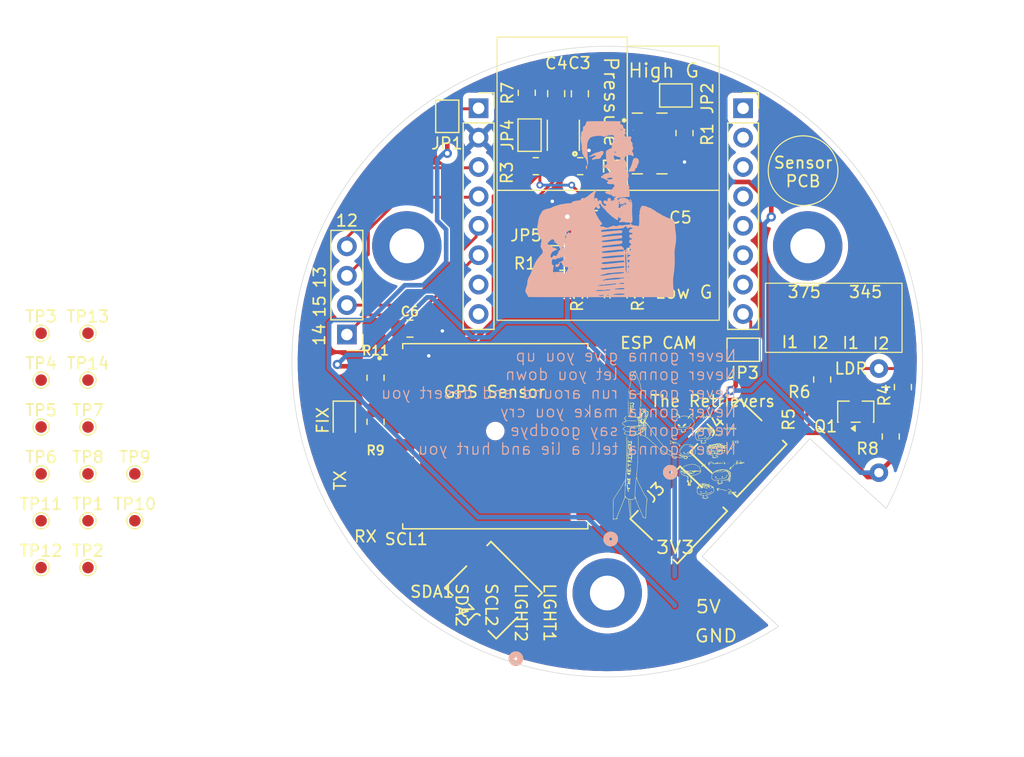
<source format=kicad_pcb>
(kicad_pcb (version 20241229) (generator "pcbnew") (generator_version "9.0")
  (title_block (title "Sensor Board PCB") (date "15/12/2025 (Last Edit)") (rev "B") (company "The Retrievers"))
  (layers (0 "F.Cu" signal) (2 "B.Cu" signal) (13 "F.Paste" user) (15 "B.Paste" user) (5 "F.SilkS" user "F.Silkscreen") (7 "B.SilkS" user "B.Silkscreen") (1 "F.Mask" user) (3 "B.Mask" user) (25 "Edge.Cuts" user))
  (net 0 "")
  (net 1 "GND")
  (net 2 "Net-(D1-A)")
  (net 3 "GPS_UART_TX")
  (net 4 "GPS_UART_RX")
  (net 5 "Net-(Q1-B)")
  (net 6 "SDA2")
  (net 7 "5V")
  (net 8 "Net-(JP3-B)")
  (net 9 "SCL2")
  (net 10 "SDA1")
  (net 11 "SCL1")
  (net 13 "PRESSURE_ADDR")
  (net 14 "INT2_375")
  (net 15 "INT1_375")
  (net 16 "INT1_345")
  (net 17 "INT2_345")
  (net 18 "LIGHT1")
  (net 19 "LIGHT2")
  (net 20 "Net-(J1-Pin_2)")
  (net 21 "Net-(J1-Pin_3)")
  (net 22 "Net-(J1-Pin_4)")
  (net 23 "Net-(J1-Pin_1)")
  (net 24 "Net-(JP1-B)")
  (net 25 "HIGH_G_ADDR")
  (net 26 "LOW_G_ADDR")
  (net 27 "Net-(U5-~{RESET})")
  (net 40 "unconnected-(U5-3D-FIX-Pad5)")
  (net 50 "3V3_f")
  (net 51 "3V3_uf")
  (footprint "TestPoint:TestPoint_Pad_D1.0mm" (layer "F.Cu") (at 93.4 115.05)
    (property "Reference" "TP12")
    (property "Value" "TestPoint")
  )
  (footprint "LOGO" (layer "F.Cu") (at 148.458912 105.812427)
    (property "Reference" "G***" (hide yes))
    (property "Value" "LOGO" (hide yes))
  )
  (footprint "Jumper:SolderJumper-2_P1.3mm_Open_Pad1.0x1.5mm" (layer "F.Cu") (at 154.075 96.225)
    (property "Reference" "JP3")
    (property "Value" "EN_5" (hide yes))
  )
  (footprint "Connector_PinSocket_2.54mm:ESPCam" (layer "F.Cu") (at 142.805 83.925)
    (property "Reference" "U1" (hide yes))
    (property "Value" "ESP32-CAM")
  )
  (footprint "TestPoint:TestPoint_Pad_D1.0mm" (layer "F.Cu") (at 97.45 102.9)
    (property "Reference" "TP7")
    (property "Value" "TestPoint")
  )
  (footprint "Resistor_SMD:R_0805_2012Metric_Pad1.20x1.40mm_HandSolder" (layer "F.Cu") (at 141.35 91.5 90)
    (property "Reference" "R13")
    (property "Value" "4.7k")
  )
  (footprint "Connector_PinHeader_2.54mm:PinHeader_1x04_P2.54mm_Vertical" (layer "F.Cu") (at 119.825 94.91 180)
    (property "Reference" "J1" (hide yes))
    (property "Value" "MCU - Conn_01x04" (hide yes))
  )
  (footprint "Resistor_SMD:R_0805_2012Metric_Pad1.20x1.40mm_HandSolder" (layer "F.Cu") (at 135.37 74.02 90)
    (property "Reference" "R7")
    (property "Value" "1Meg" (hide yes))
  )
  (footprint "TestPoint:TestPoint_Pad_D1.0mm" (layer "F.Cu") (at 93.4 102.9)
    (property "Reference" "TP5")
    (property "Value" "TestPoint")
  )
  (footprint "MountingHole:MountingHole_3mm_Pad" (layer "F.Cu") (at 125.004491 87.250001)
    (property "Reference" "H1" (hide yes))
    (property "Value" "MountingHole" (hide yes))
  )
  (footprint "Resistor_SMD:R_0805_2012Metric_Pad1.20x1.40mm_HandSolder" (layer "F.Cu") (at 122.3 98.65 -90)
    (property "Reference" "R11")
    (property "Value" "10k")
  )
  (footprint "Resistor_SMD:R_0805_2012Metric_Pad1.20x1.40mm_HandSolder" (layer "F.Cu") (at 122.3 102.45 -90)
    (property "Reference" "R9")
    (property "Value" "1k" (hide yes))
  )
  (footprint "bme280:PSON65P250X250X100-8N" (layer "F.Cu") (at 138.53 77.6925 -90)
    (property "Reference" "U2" (hide yes))
    (property "Value" "BME280")
  )
  (footprint "TestPoint:TestPoint_Pad_D1.0mm" (layer "F.Cu") (at 93.4 106.95)
    (property "Reference" "TP6")
    (property "Value" "TestPoint")
  )
  (footprint "Capacitor_SMD:C_0805_2012Metric_Pad1.18x1.45mm_HandSolder" (layer "F.Cu") (at 144.925 87.725 90)
    (property "Reference" "C7")
    (property "Value" "0.1uF")
  )
  (footprint "MountingHole:MountingHole_3mm_Pad" (layer "F.Cu") (at 159.645507 87.250001)
    (property "Reference" "H2" (hide yes))
    (property "Value" "MountingHole" (hide yes))
  )
  (footprint "LED_SMD:LED_0805_2012Metric" (layer "F.Cu") (at 119.6 102.35 -90)
    (property "Reference" "D1" (hide yes))
    (property "Value" "LED" (hide yes))
  )
  (footprint "footprints:CONN_5015680000-SD_04_MOL" (layer "F.Cu") (at 153.651026 104.732204 46.5)
    (property "Reference" "J4")
    (property "Value" "5015680407")
  )
  (footprint "Resistor_SMD:R_0805_2012Metric_Pad1.20x1.40mm_HandSolder" (layer "F.Cu") (at 149 77.5 90)
    (property "Reference" "R1")
    (property "Value" "1Meg")
  )
  (footprint "Jumper:SolderJumper-2_P1.3mm_Open_Pad1.0x1.5mm" (layer "F.Cu") (at 128.5 76.05 90)
    (property "Reference" "JP1")
    (property "Value" "EN_5")
  )
  (footprint "TestPoint:TestPoint_Pad_D1.0mm" (layer "F.Cu") (at 93.4 98.85)
    (property "Reference" "TP4")
    (property "Value" "TestPoint")
  )
  (footprint "TestPoint:TestPoint_Pad_D1.0mm" (layer "F.Cu") (at 101.5 106.95)
    (property "Reference" "TP9")
    (property "Value" "TestPoint")
  )
  (footprint "footprints:CONN_5015680000-SD_04_MOL" (layer "F.Cu") (at 132.5 117 135)
    (property "Reference" "J2")
    (property "Value" "5015680407")
  )
  (footprint "Resistor_SMD:R_0805_2012Metric_Pad1.20x1.40mm_HandSolder" (layer "F.Cu") (at 167.875 99.45 90)
    (property "Reference" "R4")
    (property "Value" "10k" (hide yes))
  )
  (footprint "gps:XCVR_CD-PA1616D" (layer "F.Cu") (at 132.65 103.7)
    (property "Reference" "U5" (hide yes))
    (property "Value" "CD-PA1616D")
  )
  (footprint "Jumper:SolderJumper-2_P1.3mm_Open_Pad1.0x1.5mm" (layer "F.Cu") (at 138.375 86.225)
    (property "Reference" "JP5")
    (property "Value" "EN_5")
  )
  (footprint "TestPoint:TestPoint_Pad_D1.0mm" (layer "F.Cu") (at 97.45 111)
    (property "Reference" "TP1")
    (property "Value" "TestPoint")
  )
  (footprint "Capacitor_SMD:C_0805_2012Metric_Pad1.18x1.45mm_HandSolder" (layer "F.Cu") (at 125.275 94.4)
    (property "Reference" "C6")
    (property "Value" "22uF")
  )
  (footprint "MountingHole:MountingHole_3mm_Pad" (layer "F.Cu") (at 142.324999 117.250001)
    (property "Reference" "H3" (hide yes))
    (property "Value" "MountingHole" (hide yes))
  )
  (footprint "Jumper:SolderJumper-2_P1.3mm_Open_Pad1.0x1.5mm" (layer "F.Cu") (at 135.61 77.68 90)
    (property "Reference" "JP4")
    (property "Value" "EN_5")
  )
  (footprint "Capacitor_SMD:C_0805_2012Metric_Pad1.18x1.45mm_HandSolder" (layer "F.Cu") (at 145.825 84.775)
    (property "Reference" "C5")
    (property "Value" "1uF")
  )
  (footprint "TestPoint:TestPoint_Pad_D1.0mm" (layer "F.Cu") (at 97.45 98.85)
    (property "Reference" "TP14")
    (property "Value" "TestPoint")
  )
  (footprint "PSAT_Library:ldr" (layer "F.Cu") (at 165.8 106.85 90)
    (property "Reference" "R5")
    (property "Value" "LDR07")
  )
  (footprint "Resistor_SMD:R_0805_2012Metric_Pad1.20x1.40mm_HandSolder" (layer "F.Cu") (at 143.3 91.525 90)
    (property "Reference" "R12")
    (property "Value" "4.7k")
  )
  (footprint "TestPoint:TestPoint_Pad_D1.0mm" (layer "F.Cu") (at 93.4 111)
    (property "Reference" "TP11")
    (property "Value" "TestPoint")
  )
  (footprint "footprints:CONN_5015680000-SD_04_MOL" (layer "F.Cu") (at 148.5 110.5 46.5)
    (property "Reference" "J3")
    (property "Value" "5015680407 (X3)")
  )
  (footprint "TestPoint:TestPoint_Pad_D1.0mm" (layer "F.Cu") (at 97.45 115.05)
    (property "Reference" "TP2")
    (property "Value" "TestPoint")
  )
  (footprint "Capacitor_SMD:C_0805_2012Metric_Pad1.18x1.45mm_HandSolder" (layer "F.Cu") (at 139.96 74.1025 -90)
    (property "Reference" "C3")
    (property "Value" "100nF" (hide yes))
  )
  (footprint "Resistor_SMD:R_0805_2012Metric_Pad1.20x1.40mm_HandSolder" (layer "F.Cu") (at 160.9 98.8 -90)
    (property "Reference" "R6")
    (property "Value" "100k" (hide yes))
  )
  (footprint "Resistor_SMD:R_0805_2012Metric_Pad1.20x1.40mm_HandSolder" (layer "F.Cu") (at 138.45 88.625 180)
    (property "Reference" "R10")
    (property "Value" "1Meg")
  )
  (footprint "TestPoint:TestPoint_Pad_D1.0mm" (layer "F.Cu") (at 97.45 106.95)
    (property "Reference" "TP8")
    (property "Value" "TestPoint")
  )
  (footprint "Resistor_SMD:R_0805_2012Metric_Pad1.20x1.40mm_HandSolder" (layer "F.Cu") (at 136.15 80.36 180)
    (property "Reference" "R3")
    (property "Value" "4.7k" (hide yes))
  )
  (footprint "TestPoint:TestPoint_Pad_D1.0mm" (layer "F.Cu") (at 101.5 111)
    (property "Reference" "TP10")
    (property "Value" "TestPoint")
  )
  (footprint "ADXL375:adxl375" (layer "F.Cu") (at 145.99 78.4)
    (property "Reference" "U3" (hide yes))
    (property "Value" "ADXL375")
  )
  (footprint "Jumper:SolderJumper-2_P1.3mm_Open_Pad1.0x1.5mm" (layer "F.Cu") (at 148.25 74.25)
    (property "Reference" "JP2")
    (property "Value" "EN_5")
  )
  (footprint "Resistor_SMD:R_0805_2012Metric_Pad1.20x1.40mm_HandSolder" (layer "F.Cu") (at 166.825 103.725 -90)
    (property "Reference" "R8")
    (property "Value" "10k" (hide yes))
  )
  (footprint "Capacitor_SMD:C_0805_2012Metric_Pad1.18x1.45mm_HandSolder" (layer "F.Cu") (at 137.91 74.09 90)
    (property "Reference" "C4")
    (property "Value" "100nF" (hide yes))
  )
  (footprint "TestPoint:TestPoint_Pad_D1.0mm" (layer "F.Cu") (at 97.45 94.8)
    (property "Reference" "TP13")
    (property "Value" "TestPoint")
  )
  (footprint "ADXL345:adxl345" (layer "F.Cu") (at 142.1 86.825 180)
    (property "Reference" "U4" (hide yes))
    (property "Value" "ADXL345")
  )
  (footprint "Resistor_SMD:R_0805_2012Metric_Pad1.20x1.40mm_HandSolder" (layer "F.Cu") (at 139.99 80.36)
    (property "Reference" "R2")
    (property "Value" "4.7k" (hide yes))
  )
  (footprint "TestPoint:TestPoint_Pad_D1.0mm" (layer "F.Cu") (at 93.4 94.8)
    (property "Reference" "TP3")
    (property "Value" "TestPoint")
  )
  (footprint "Package_TO_SOT_SMD:SOT-23-3" (layer "F.Cu") (at 163.8 101.575 90)
    (property "Reference" "Q1")
    (property "Value" "2N2222A" (hide yes))
  )
  (footprint "LOGO" (layer "B.Cu") (at 142.1 84.075 180)
    (property "Reference" "G***")
    (property "Value" "LOGO" (hide yes))
  )
  (gr_rect (start 132.8 69.2) (end 144.05 82.45) (stroke (width 0.1)) (fill no) (layer "F.SilkS"))
  (gr_rect (start 156 90.475) (end 167.8 96.45) (stroke (width 0.1)) (fill no) (layer "F.SilkS"))
  (gr_rect (start 144.05 69.975) (end 152 82.45) (stroke (width 0.1)) (fill no) (layer "F.SilkS"))
  (gr_circle (center 159.25 80.75) (end 157 78.75) (stroke (width 0.1)) (fill no) (layer "F.SilkS"))
  (gr_rect (start 132.8 82.45) (end 152 93.675) (stroke (width 0.1)) (fill no) (layer "F.SilkS"))
  (gr_line (start 159.834999 103.910001) (end 166.439481 109.940722) (stroke (width 0.05)) (layer "Edge.Cuts"))
  (gr_line (start 150.524999 114.090001) (end 159.834999 103.910001) (stroke (width 0.05)) (layer "Edge.Cuts"))
  (gr_line (start 150.524999 114.090001) (end 157.133963 120.124814) (stroke (width 0.05)) (layer "Edge.Cuts"))
  (gr_arc (start 157.133963 120.124814) (mid 122.208153 78.868624) (end 166.439479 109.940721) (stroke (width 0.05)) (layer "Edge.Cuts"))
  (gr_text "LDR" (at 163.375 97.85 0) (layer "F.SilkS") (effects (font (size 1 1))))
  (gr_text "375" (at 157.825 91.825 0) (layer "F.SilkS") (effects (font (size 1 1)) (justify left bottom)))
  (gr_text "LIGHT2" (at 134.275 116.325 270) (layer "F.SilkS") (effects (font (size 1 1)) (justify left bottom)))
  (gr_text "Low G" (at 148.925 91.25 0) (layer "F.SilkS") (effects (font (size 1.1 1.1))))
  (gr_text "5V" (at 149.875 119.075 0) (layer "F.SilkS") (effects (font (size 1.1 1.2)) (justify left bottom)))
  (gr_text "GND" (at 149.8 121.6 0) (layer "F.SilkS") (effects (font (size 1.1 1.2)) (justify left bottom)))
  (gr_text "GPS Sensor" (at 128.1 100.45 0) (layer "F.SilkS") (effects (font (size 1 1)) (justify left bottom)))
  (gr_text "SCL1" (at 123 113.175 0) (layer "F.SilkS") (effects (font (size 1 1)) (justify left bottom)))
  (gr_text "RX" (at 120.35 112.95 0) (layer "F.SilkS") (effects (font (size 1 1)) (justify left bottom)))
  (gr_text "I1" (at 157.3 96.15 0) (layer "F.SilkS") (effects (font (size 1 1)) (justify left bottom)))
  (gr_text "High G" (at 147.2 72.1 0) (layer "F.SilkS") (effects (font (size 1.2 1.2))))
  (gr_text "The Retrievers" (at 146 101.25 0) (layer "F.SilkS") (effects (font (size 1 1)) (justify left bottom)))
  (gr_text "LIGHT1" (at 136.75 116.325 270) (layer "F.SilkS") (effects (font (size 1 1)) (justify left bottom)))
  (gr_text "Sensor\nPCB" (at 159.25 82.25 0) (layer "F.SilkS") (effects (font (size 1 1)) (justify bottom)))
  (gr_text "FIX" (at 118.325 103.575 90) (layer "F.SilkS") (effects (font (size 1 1)) (justify left bottom)))
  (gr_text "I2" (at 165.175 96.275 0) (layer "F.SilkS") (effects (font (size 1 1)) (justify left bottom)))
  (gr_text "I2" (at 159.925 96.2 0) (layer "F.SilkS") (effects (font (size 1 1)) (justify left bottom)))
  (gr_text "Pressure" (at 142.65 74.8 270) (layer "F.SilkS") (effects (font (size 1.2 1.2))))
  (gr_text "SDA1" (at 125.2 117.725 0) (layer "F.SilkS") (effects (font (size 1 1)) (justify left bottom)))
  (gr_text "I1" (at 162.55 96.225 0) (layer "F.SilkS") (effects (font (size 1 1)) (justify left bottom)))
  (gr_text "ESP CAM" (at 143.35 96.225 0) (layer "F.SilkS") (effects (font (size 1 1)) (justify left bottom)))
  (gr_text "13" (at 118.05 91 90) (layer "F.SilkS") (effects (font (size 1 1)) (justify left bottom)))
  (gr_text "SCL2" (at 131.725 116.325 270) (layer "F.SilkS") (effects (font (size 1 1)) (justify left bottom)))
  (gr_text "TX" (at 119.825 108.475 90) (layer "F.SilkS") (effects (font (size 1 1)) (justify left bottom)))
  (gr_text "SDA2" (at 129.15 116.325 270) (layer "F.SilkS") (effects (font (size 1 1)) (justify left bottom)))
  (gr_text "3V3" (at 146.45 113.95 0) (layer "F.SilkS") (effects (font (size 1.1 1.2)) (justify left bottom)))
  (gr_text "14" (at 118.025 95.975 90) (layer "F.SilkS") (effects (font (size 1 1)) (justify left bottom)))
  (gr_text "15" (at 118.05 93.525 90) (layer "F.SilkS") (effects (font (size 1 1)) (justify left bottom)))
  (gr_text "12" (at 118.775 85.65 0) (layer "F.SilkS") (effects (font (size 1 1)) (justify left bottom)))
  (gr_text "345" (at 163.125 91.825 0) (layer "F.SilkS") (effects (font (size 1 1)) (justify left bottom)))
  (gr_text "Never gonna give you up\nNever gonna let you down\nNever gonna run around and desert you\nNever gonna make you cry\nNever gonna say goodbye\nNever gonna tell a lie and hurt you" (at 153.55 105.375 0) (layer "B.SilkS") (effects (font (size 1 1) (thickness 0.1)) (justify left bottom mirror)))
  (segment (start 137.74 77.49) (end 138.205 77.025) (width 0.4) (layer "F.Cu") (net 0))
  (segment (start 140.065 77.2825) (end 139.505 76.7225) (width 0.4) (layer "F.Cu") (net 0))
  (segment (start 144.192 76.608) (end 144.4 76.4) (width 0.4) (layer "F.Cu") (net 0))
  (segment (start 150.028 79.096342) (end 150.028 73.472) (width 0.4) (layer "F.Cu") (net 0))
  (segment (start 166.825 105.825) (end 165.8 106.85) (width 0.4) (layer "F.Cu") (net 0))
  (segment (start 137.91 75.1275) (end 138.205 75.4225) (width 0.4) (layer "F.Cu") (net 0))
  (segment (start 119.15 97.65) (end 119 97.5) (width 0.4) (layer "F.Cu") (net 0))
  (segment (start 135.61 78.33) (end 136.9 78.33) (width 0.4) (layer "F.Cu") (net 0))
  (segment (start 124.65 96.95) (end 124.65 95.05) (width 0.4) (layer "F.Cu") (net 0))
  (segment (start 138.855 78.6625) (end 138.855 78.355) (width 0.4) (layer "F.Cu") (net 0))
  (segment (start 166.825 104.725) (end 166.825 105.825) (width 0.4) (layer "F.Cu") (net 0))
  (segment (start 124.65 95.05) (end 124.2375 94.6375) (width 0.4) (layer "F.Cu") (net 0))
  (segment (start 128.175 95.825) (end 125.775 95.825) (width 0.4) (layer "F.Cu") (net 0))
  (segment (start 130.915658 95.321342) (end 128.678658 95.321342) (width 0.4) (layer "F.Cu") (net 0))
  (segment (start 151.15 95.1) (end 151.15 85.485) (width 0.4) (layer "F.Cu") (net 0))
  (segment (start 153.425 99.325) (end 153 99.75) (width 0.4) (layer "F.Cu") (net 0))
  (segment (start 153.425 96.225) (end 152.275 96.225) (width 0.4) (layer "F.Cu") (net 0))
  (segment (start 123 96.95) (end 124.65 96.95) (width 0.4) (layer "F.Cu") (net 0))
  (segment (start 144.4 76.4) (end 144.98 76.4) (width 0.4) (layer "F.Cu") (net 0))
  (segment (start 138.205 77.025) (end 138.205 76.7225) (width 0.4) (layer "F.Cu") (net 0))
  (segment (start 136.9 78.33) (end 137.74 77.49) (width 0.4) (layer "F.Cu") (net 0))
  (segment (start 144.192 78) (end 144.192 76.608) (width 0.4) (layer "F.Cu") (net 0))
  (segment (start 152.655658 81.724) (end 154.583182 81.724) (width 0.4) (layer "F.Cu") (net 0))
  (segment (start 145.625 81.75) (end 144.98 81.105) (width 0.4) (layer "F.Cu") (net 0))
  (segment (start 139.27203 79.332) (end 139.962 79.332) (width 0.4) (layer "F.Cu") (net 0))
  (segment (start 135.15 80.36) (end 132.537 82.973) (width 0.4) (layer "F.Cu") (net 0))
  (segment (start 149.728 73.172) (end 148.072 73.172) (width 0.4) (layer "F.Cu") (net 0))
  (segment (start 144.98 81.105) (end 144.98 80.4) (width 0.4) (layer "F.Cu") (net 0))
  (segment (start 156.5 83.640818) (end 156.5 84.75) (width 0.4) (layer "F.Cu") (net 0))
  (segment (start 137.99 77.49) (end 137.74 77.49) (width 0.4) (layer "F.Cu") (net 0))
  (segment (start 139.96 76.2675) (end 139.505 76.7225) (width 0.4) (layer "F.Cu") (net 0))
  (segment (start 138.855 78.6625) (end 138.855 78.91497) (width 0.4) (layer "F.Cu") (net 0))
  (segment (start 153.175 96.225) (end 153.425 96.225) (width 0.4) (layer "F.Cu") (net 0))
  (segment (start 140.065 79.435) (end 140.99 80.36) (width 0.4) (layer "F.Cu") (net 0))
  (segment (start 132.537 93.7) (end 130.915658 95.321342) (width 0.4) (layer "F.Cu") (net 0))
  (segment (start 147.5 81.835) (end 147.5 81.75) (width 0.4) (layer "F.Cu") (net 0))
  (segment (start 147.5 81.75) (end 145.625 81.75) (width 0.4) (layer "F.Cu") (net 0))
  (segment (start 144.359 80.4) (end 144.192 80.233) (width 0.4) (layer "F.Cu") (net 0))
  (segment (start 135.15 80.36) (end 135.15 78.79) (width 0.4) (layer "F.Cu") (net 0))
  (segment (start 150.028 79.096342) (end 152.655658 81.724) (width 0.4) (layer "F.Cu") (net 0))
  (segment (start 140.065 79.435) (end 140.065 77.2825) (width 0.4) (layer "F.Cu") (net 0))
  (segment (start 148.072 73.172) (end 147.6 73.644) (width 0.4) (layer "F.Cu") (net 0))
  (segment (start 132.537 82.973) (end 132.537 93.7) (width 0.4) (layer "F.Cu") (net 0))
  (segment (start 124.2375 94.6375) (end 124.2375 94.4) (width 0.4) (layer "F.Cu") (net 0))
  (segment (start 147.6 73.644) (end 147.6 74.25) (width 0.4) (layer "F.Cu") (net 0))
  (segment (start 138.205 75.4225) (end 138.205 76.7225) (width 0.4) (layer "F.Cu") (net 0))
  (segment (start 144.192 80.233) (end 144.192 78) (width 0.4) (layer "F.Cu") (net 0))
  (segment (start 139.962 79.332) (end 140.065 79.435) (width 0.4) (layer "F.Cu") (net 0))
  (segment (start 139.96 75.14) (end 139.96 76.2675) (width 0.4) (layer "F.Cu") (net 0))
  (segment (start 122.3 97.65) (end 119.15 97.65) (width 0.4) (layer "F.Cu") (net 0))
  (segment (start 137.725 86.225) (end 137.725 85.619) (width 0.4) (layer "F.Cu") (net 0))
  (segment (start 137.725 85.619) (end 138.619 84.725) (width 0.4) (layer "F.Cu") (net 0))
  (segment (start 138.619 84.725) (end 138.875 84.725) (width 0.4) (layer "F.Cu") (net 0))
  (segment (start 144.98 80.4) (end 144.359 80.4) (width 0.4) (layer "F.Cu") (net 0))
  (segment (start 122.3 97.65) (end 123 96.95) (width 0.4) (layer "F.Cu") (net 0))
  (segment (start 144.98 78) (end 144.192 78) (width 0.4) (layer "F.Cu") (net 0))
  (segment (start 128.678658 95.321342) (end 128.175 95.825) (width 0.4) (layer "F.Cu") (net 0))
  (segment (start 150.028 73.472) (end 149.728 73.172) (width 0.4) (layer "F.Cu") (net 0))
  (segment (start 138.855 78.91497) (end 139.27203 79.332) (width 0.4) (layer "F.Cu") (net 0))
  (segment (start 154.583182 81.724) (end 156.5 83.640818) (width 0.4) (layer "F.Cu") (net 0))
  (segment (start 151.15 85.485) (end 147.5 81.835) (width 0.4) (layer "F.Cu") (net 0))
  (segment (start 153.425 96.225) (end 153.425 99.325) (width 0.4) (layer "F.Cu") (net 0))
  (segment (start 147.822 74.472) (end 147.6 74.25) (width 0.4) (layer "F.Cu") (net 0))
  (segment (start 125.775 95.825) (end 124.65 96.95) (width 0.4) (layer "F.Cu") (net 0))
  (segment (start 135.15 78.79) (end 135.61 78.33) (width 0.4) (layer "F.Cu") (net 0))
  (segment (start 138.855 78.6625) (end 138.952 78.5655) (width 0.4) (layer "F.Cu") (net 0))
  (segment (start 138.855 78.355) (end 137.99 77.49) (width 0.4) (layer "F.Cu") (net 0))
  (segment (start 152.275 96.225) (end 151.15 95.1) (width 0.4) (layer "F.Cu") (net 0))
  (via (at 153 99.75) (size 0.8) (drill 0.4) (layers "F.Cu" "B.Cu") (net 0))
  (via (at 138.875 84.725) (size 0.8) (drill 0.4) (layers "F.Cu" "B.Cu") (net 0))
  (via (at 119 97.5) (size 0.8) (drill 0.4) (layers "F.Cu" "B.Cu") (net 0))
  (via (at 156.5 84.75) (size 0.8) (drill 0.4) (layers "F.Cu" "B.Cu") (net 0))
  (segment (start 153 99.75) (end 154.725 99.75) (width 0.4) (layer "B.Cu") (net 0))
  (segment (start 148.15 104.6) (end 148.15 103.083714) (width 0.4) (layer "B.Cu") (net 0))
  (segment (start 148.15 103.083714) (end 138.875 93.808714) (width 0.4) (layer "B.Cu") (net 0))
  (segment (start 155.925 98.55) (end 155.925 85.325) (width 0.4) (layer "B.Cu") (net 0))
  (segment (start 130.625 95.15) (end 132.125 95.15) (width 0.4) (layer "B.Cu") (net 0))
  (segment (start 121.775 96.675) (end 126.75 91.7) (width 0.4) (layer "B.Cu") (net 0))
  (segment (start 127.175 91.7) (end 130.625 95.15) (width 0.4) (layer "B.Cu") (net 0))
  (segment (start 165.8 106.85) (end 164.225 106.85) (width 0.4) (layer "B.Cu") (net 0))
  (segment (start 148.15 104.6) (end 153 99.75) (width 0.4) (layer "B.Cu") (net 0))
  (segment (start 119.825 96.675) (end 121.775 96.675) (width 0.4) (layer "B.Cu") (net 0))
  (segment (start 155.925 85.325) (end 156.5 84.75) (width 0.4) (layer "B.Cu") (net 0))
  (segment (start 138.875 84.725) (end 138.875 93.808714) (width 0.4) (layer "B.Cu") (net 0))
  (segment (start 119 97.5) (end 119.825 96.675) (width 0.4) (layer "B.Cu") (net 0))
  (segment (start 132.125 95.15) (end 133.466286 93.808714) (width 0.4) (layer "B.Cu") (net 0))
  (segment (start 126.75 91.7) (end 127.175 91.7) (width 0.4) (layer "B.Cu") (net 0))
  (segment (start 148.15 115.81) (end 148.15 104.6) (width 0.4) (layer "B.Cu") (net 0))
  (segment (start 154.725 99.75) (end 155.925 98.55) (width 0.4) (layer "B.Cu") (net 0))
  (segment (start 164.225 106.85) (end 155.925 98.55) (width 0.4) (layer "B.Cu") (net 0))
  (segment (start 133.466286 93.808714) (end 138.875 93.808714) (width 0.4) (layer "B.Cu") (net 0))
  (segment (start 138.855 76.7225) (end 138.888 76.6895) (width 0.25) (layer "F.Cu") (net 1))
  (segment (start 140.938 74.587224) (end 140.938 78.812) (width 0.25) (layer "F.Cu") (net 1))
  (segment (start 142.361 88.025) (end 141.561 87.225) (width 0.25) (layer "F.Cu") (net 1))
  (segment (start 126.5125 94.6) (end 128.075 94.6) (width 0.25) (layer "F.Cu") (net 1))
  (segment (start 147 78) (end 148.5 78) (width 0.25) (layer "F.Cu") (net 1))
  (segment (start 138.888 76.6895) (end 138.888 74.0305) (width 0.25) (layer "F.Cu") (net 1))
  (segment (start 139.505 78.6625) (end 139.505 77.518904) (width 0.25) (layer "F.Cu") (net 1))
  (segment (start 143.11 86.425) (end 144.6625 86.425) (width 0.25) (layer "F.Cu") (net 1))
  (segment (start 146.251 78) (end 145.451 77.2) (width 0.25) (layer "F.Cu") (net 1))
  (segment (start 124.65 99.95) (end 125.649999 99.95) (width 0.25) (layer "F.Cu") (net 1))
  (segment (start 141.561 87.225) (end 141.09 87.225) (width 0.25) (layer "F.Cu") (net 1))
  (segment (start 143.11 88.025) (end 142.361 88.025) (width 0.25) (layer "F.Cu") (net 1))
  (segment (start 140.938 78.812) (end 140.75 79) (width 0.25) (layer "F.Cu") (net 1))
  (segment (start 140.381276 74.0305) (end 140.938 74.587224) (width 0.25) (layer "F.Cu") (net 1))
  (segment (start 149 80) (end 149 78.5) (width 0.25) (layer "F.Cu") (net 1))
  (segment (start 144.98 78.8) (end 144.98 79.6) (width 0.25) (layer "F.Cu") (net 1))
  (segment (start 138.888 74.0305) (end 137.91 73.0525) (width 0.25) (layer "F.Cu") (net 1))
  (segment (start 137.575 83.4) (end 138.075 83.9) (width 0.25) (layer "F.Cu") (net 1))
  (segment (start 139.778 83.9) (end 138.425 83.9) (width 0.25) (layer "F.Cu") (net 1))
  (segment (start 136.972 88.147) (end 137.45 88.625) (width 0.25) (layer "F.Cu") (net 1))
  (segment (start 140.175 87.225) (end 139.778 86.828) (width 0.25) (layer "F.Cu") (net 1))
  (segment (start 139.778 86.828) (end 139.778 83.9) (width 0.25) (layer "F.Cu") (net 1))
  (segment (start 141.09 87.225) (end 140.175 87.225) (width 0.25) (layer "F.Cu") (net 1))
  (segment (start 138.888 74.0305) (end 140.381276 74.0305) (width 0.25) (layer "F.Cu") (net 1))
  (segment (start 125.649999 99.95) (end 126.292 99.307999) (width 0.25) (layer "F.Cu") (net 1))
  (segment (start 144.95 86.6875) (end 146.8625 84.775) (width 0.25) (layer "F.Cu") (net 1))
  (segment (start 138.796884 108.95) (end 140.65 108.95) (width 0.25) (layer "F.Cu") (net 1))
  (segment (start 145.451 77.2) (end 144.98 77.2) (width 0.25) (layer "F.Cu") (net 1))
  (segment (start 145.729 78.8) (end 146.529 78) (width 0.25) (layer "F.Cu") (net 1))
  (segment (start 138.075 83.9) (end 138.425 83.9) (width 0.25) (layer "F.Cu") (net 1))
  (segment (start 144.6625 86.425) (end 144.925 86.6875) (width 0.25) (layer "F.Cu") (net 1))
  (segment (start 144.98 78.8) (end 145.729 78.8) (width 0.25) (layer "F.Cu") (net 1))
  (segment (start 138.855 76.868904) (end 138.855 76.7225) (width 0.25) (layer "F.Cu") (net 1))
  (segment (start 144.925 86.6875) (end 144.95 86.6875) (width 0.25) (layer "F.Cu") (net 1))
  (segment (start 148.5 78) (end 149 78.5) (width 0.25) (layer "F.Cu") (net 1))
  (segment (start 126.292 99.307999) (end 126.292 97.358) (width 0.25) (layer "F.Cu") (net 1))
  (segment (start 126.3125 94.4) (end 126.5125 94.6) (width 0.25) (layer "F.Cu") (net 1))
  (segment (start 139.505 77.518904) (end 138.855 76.868904) (width 0.25) (layer "F.Cu") (net 1))
  (segment (start 126.292 97.358) (end 126.9 96.75) (width 0.25) (layer "F.Cu") (net 1))
  (segment (start 138.425 83.9) (end 136.972 85.353) (width 0.25) (layer "F.Cu") (net 1))
  (segment (start 143.11 86.425) (end 143.11 85.625) (width 0.25) (layer "F.Cu") (net 1))
  (segment (start 147 78) (end 146.251 78) (width 0.25) (layer "F.Cu") (net 1))
  (segment (start 136.972 85.353) (end 136.972 88.147) (width 0.25) (layer "F.Cu") (net 1))
  (segment (start 146.529 78) (end 147 78) (width 0.25) (layer "F.Cu") (net 1))
  (via (at 137.575 83.4) (size 0.6) (drill 0.3) (layers "F.Cu" "B.Cu") (net 1))
  (via (at 166.45 99.65) (size 0.6) (drill 0.3) (layers "F.Cu" "B.Cu") (net 1))
  (via (at 128.075 94.6) (size 0.6) (drill 0.3) (layers "F.Cu" "B.Cu") (net 1))
  (via (at 126.9 96.75) (size 0.6) (drill 0.3) (layers "F.Cu" "B.Cu") (net 1))
  (via (at 140.75 79) (size 0.6) (drill 0.3) (layers "F.Cu" "B.Cu") (net 1))
  (via (at 149 80) (size 0.6) (drill 0.3) (layers "F.Cu" "B.Cu") (net 1))
  (segment (start 126.9 95.775) (end 128.075 94.6) (width 0.25) (layer "B.Cu") (net 1))
  (segment (start 140.8 78.95) (end 147.95 78.95) (width 0.25) (layer "B.Cu") (net 1))
  (segment (start 131.205 77.895) (end 136.71 83.4) (width 0.25) (layer "B.Cu") (net 1))
  (segment (start 147.95 78.95) (end 149 80) (width 0.25) (layer "B.Cu") (net 1))
  (segment (start 136.71 83.4) (end 137.575 83.4) (width 0.25) (layer "B.Cu") (net 1))
  (segment (start 126.9 96.75) (end 126.9 95.775) (width 0.25) (layer "B.Cu") (net 1))
  (segment (start 140.75 79) (end 140.8 78.95) (width 0.25) (layer "B.Cu") (net 1))
  (segment (start 119.6 103.2875) (end 122.1375 103.2875) (width 0.25) (layer "F.Cu") (net 2))
  (segment (start 122.1375 103.2875) (end 122.3 103.45) (width 0.25) (layer "F.Cu") (net 2))
  (segment (start 124.65 108.95) (end 122.775 108.95) (width 0.25) (layer "F.Cu") (net 3))
  (segment (start 122.775 108.95) (end 121.45 107.625) (width 0.25) (layer "F.Cu") (net 3))
  (segment (start 124.65 110.45) (end 121.735 110.45) (width 0.25) (layer "F.Cu") (net 4))
  (segment (start 121.735 110.45) (end 121.45 110.165) (width 0.25) (layer "F.Cu") (net 4))
  (segment (start 160.9 99.8) (end 160.9 100.7625) (width 0.25) (layer "F.Cu") (net 5))
  (segment (start 160.9 100.7625) (end 162.85 102.7125) (width 0.25) (layer "F.Cu") (net 5))
  (segment (start 141.09 90.24) (end 141.35 90.5) (width 0.25) (layer "F.Cu") (net 6))
  (segment (start 137.325 90.5) (end 141.35 90.5) (width 0.25) (layer "F.Cu") (net 6))
  (segment (start 141.09 88.825) (end 141.09 90.24) (width 0.25) (layer "F.Cu") (net 6))
  (segment (start 128.5 76.7) (end 128.5 79.25) (width 0.4) (layer "F.Cu") (net 7))
  (via (at 128.5 79.25) (size 0.8) (drill 0.4) (layers "F.Cu" "B.Cu") (net 7))
  (segment (start 128.194751 79.25) (end 127.625 79.819751) (width 0.4) (layer "B.Cu") (net 7))
  (segment (start 124.819451 90.651001) (end 121.811452 93.659) (width 0.4) (layer "B.Cu") (net 7))
  (segment (start 128.405491 88.658742) (end 126.413232 90.651001) (width 0.4) (layer "B.Cu") (net 7))
  (segment (start 126.413232 90.651001) (end 124.819451 90.651001) (width 0.4) (layer "B.Cu") (net 7))
  (segment (start 140.574331 110.689592) (end 148.15 118.265261) (width 0.4) (layer "B.Cu") (net 7))
  (segment (start 128.405491 85.84126) (end 128.405491 88.658742) (width 0.4) (layer "B.Cu") (net 7))
  (segment (start 118.574 93.659) (end 118.272 93.961) (width 0.4) (layer "B.Cu") (net 7))
  (segment (start 118.272 97.801548) (end 131.160044 110.689592) (width 0.4) (layer "B.Cu") (net 7))
  (segment (start 127.625 79.819751) (end 127.625 85.060769) (width 0.4) (layer "B.Cu") (net 7))
  (segment (start 121.811452 93.659) (end 118.574 93.659) (width 0.4) (layer "B.Cu") (net 7))
  (segment (start 118.272 93.961) (end 118.272 97.801548) (width 0.4) (layer "B.Cu") (net 7))
  (segment (start 128.5 79.25) (end 128.194751 79.25) (width 0.4) (layer "B.Cu") (net 7))
  (segment (start 131.160044 110.689592) (end 140.574331 110.689592) (width 0.4) (layer "B.Cu") (net 7))
  (segment (start 127.625 85.060769) (end 128.405491 85.84126) (width 0.4) (layer "B.Cu") (net 7))
  (segment (start 148.15 118.265261) (end 148.15 118.35) (width 0.4) (layer "B.Cu") (net 7))
  (segment (start 154.725 93.795) (end 154.725 96.225) (width 0.25) (layer "F.Cu") (net 8))
  (segment (start 154.065 93.135) (end 154.725 93.795) (width 0.25) (layer "F.Cu") (net 8))
  (segment (start 154.725 96.225) (end 154.35 95.85) (width 0.25) (layer "F.Cu") (net 8))
  (segment (start 154.35 93.7) (end 153.855 93.205) (width 0.25) (layer "F.Cu") (net 8))
  (segment (start 143.3 90.525) (end 142.225 91.6) (width 0.25) (layer "F.Cu") (net 9))
  (segment (start 131.5 114.65) (end 132.22 114.65) (width 0.25) (layer "F.Cu") (net 9))
  (segment (start 142.1 88.835) (end 142.1 89.325) (width 0.25) (layer "F.Cu") (net 9))
  (segment (start 142.225 91.6) (end 137.225 91.6) (width 0.25) (layer "F.Cu") (net 9))
  (segment (start 142.1 89.325) (end 143.3 90.525) (width 0.25) (layer "F.Cu") (net 9))
  (segment (start 138.205 79.575) (end 138.99 80.36) (width 0.25) (layer "F.Cu") (net 10))
  (segment (start 147 76) (end 145.75 74.75) (width 0.25) (layer "F.Cu") (net 10))
  (segment (start 140.88 82.25) (end 138.99 80.36) (width 0.25) (layer "F.Cu") (net 10))
  (segment (start 142.5 75.75) (end 142.5 81.5) (width 0.25) (layer "F.Cu") (net 10))
  (segment (start 145.75 74.75) (end 143.5 74.75) (width 0.25) (layer "F.Cu") (net 10))
  (segment (start 143.5 74.75) (end 142.5 75.75) (width 0.25) (layer "F.Cu") (net 10))
  (segment (start 147 76.4) (end 147 76) (width 0.25) (layer "F.Cu") (net 10))
  (segment (start 138.205 78.6625) (end 138.205 79.575) (width 0.25) (layer "F.Cu") (net 10))
  (segment (start 138.99 80.36) (end 133.77 85.58) (width 0.25) (layer "F.Cu") (net 10))
  (segment (start 141.75 82.25) (end 140.88 82.25) (width 0.25) (layer "F.Cu") (net 10))
  (segment (start 142.5 81.5) (end 141.75 82.25) (width 0.25) (layer "F.Cu") (net 10))
  (segment (start 143.25 81.75) (end 142.25 82.75) (width 0.25) (layer "F.Cu") (net 11))
  (segment (start 143.75 75.5) (end 143.25 76) (width 0.25) (layer "F.Cu") (net 11))
  (segment (start 136.5 82) (end 136.5 81.01) (width 0.25) (layer "F.Cu") (net 11))
  (segment (start 137.555 78.6625) (end 137.555 79.955) (width 0.25) (layer "F.Cu") (net 11))
  (segment (start 143.25 76) (end 143.25 81.75) (width 0.25) (layer "F.Cu") (net 11))
  (segment (start 137.555 79.955) (end 137.15 80.36) (width 0.25) (layer "F.Cu") (net 11))
  (segment (start 140 82.75) (end 139.25 82) (width 0.25) (layer "F.Cu") (net 11))
  (segment (start 142.25 82.75) (end 141 82.75) (width 0.25) (layer "F.Cu") (net 11))
  (segment (start 145.99 76.235) (end 145.255 75.5) (width 0.25) (layer "F.Cu") (net 11))
  (segment (start 136.5 81.01) (end 137.15 80.36) (width 0.25) (layer "F.Cu") (net 11))
  (segment (start 145.255 75.5) (end 143.75 75.5) (width 0.25) (layer "F.Cu") (net 11))
  (segment (start 132.99 84.52) (end 137.15 80.36) (width 0.25) (layer "F.Cu") (net 11))
  (segment (start 141 82.75) (end 140 82.75) (width 0.25) (layer "F.Cu") (net 11))
  (segment (start 145.99 76.39) (end 145.99 76.235) (width 0.25) (layer "F.Cu") (net 11))
  (via (at 139.25 82) (size 0.6) (drill 0.3) (layers "F.Cu" "B.Cu") (net 11))
  (via (at 136.5 82) (size 0.6) (drill 0.3) (layers "F.Cu" "B.Cu") (net 11))
  (segment (start 139.25 82) (end 136.5 82) (width 0.25) (layer "B.Cu") (net 11))
  (segment (start 135.61 77.03) (end 135.61 75.26) (width 0.25) (layer "F.Cu") (net 13))
  (segment (start 137.2475 77.03) (end 137.555 76.7225) (width 0.25) (layer "F.Cu") (net 13))
  (segment (start 135.61 77.03) (end 137.2475 77.03) (width 0.25) (layer "F.Cu") (net 13))
  (segment (start 135.61 75.26) (end 135.37 75.02) (width 0.25) (layer "F.Cu") (net 13))
  (segment (start 147 79.6) (end 147.71 79.6) (width 0.25) (layer "F.Cu") (net 14))
  (segment (start 147 80.4) (end 147.975428 80.4) (width 0.25) (layer "F.Cu") (net 15))
  (segment (start 141.09 84.825) (end 141.09 84.27) (width 0.25) (layer "F.Cu") (net 16))
  (segment (start 140.38 85.625) (end 140.377 85.622) (width 0.25) (layer "F.Cu") (net 17))
  (segment (start 140.377 85.622) (end 140.377 84.267) (width 0.25) (layer "F.Cu") (net 17))
  (segment (start 140.377 84.267) (end 140.486 84.267) (width 0.25) (layer "F.Cu") (net 17))
  (segment (start 141.09 85.625) (end 140.38 85.625) (width 0.25) (layer "F.Cu") (net 17))
  (segment (start 164.75 104) (end 164.75 102.7125) (width 0.25) (layer "F.Cu") (net 18))
  (segment (start 163.5 105.25) (end 164.75 104) (width 0.25) (layer "F.Cu") (net 18))
  (segment (start 160.925 102.675) (end 163.5 105.25) (width 0.25) (layer "F.Cu") (net 18))
  (segment (start 166.825 102.725) (end 164.7625 102.725) (width 0.25) (layer "F.Cu") (net 18))
  (segment (start 164.7625 102.725) (end 164.75 102.7125) (width 0.25) (layer "F.Cu") (net 18))
  (segment (start 159.75 102.675) (end 160.925 102.675) (width 0.25) (layer "F.Cu") (net 18))
  (segment (start 160.95 97.85) (end 160.9 97.8) (width 0.25) (layer "F.Cu") (net 19))
  (segment (start 159.575 99.125) (end 160.9 97.8) (width 0.25) (layer "F.Cu") (net 19))
  (segment (start 165.8 97.85) (end 160.95 97.85) (width 0.25) (layer "F.Cu") (net 19))
  (segment (start 167.275 97.85) (end 167.875 98.45) (width 0.25) (layer "F.Cu") (net 19))
  (segment (start 165.775 97.825) (end 165.8 97.85) (width 0.25) (layer "F.Cu") (net 19))
  (segment (start 165.8 97.85) (end 167.275 97.85) (width 0.25) (layer "F.Cu") (net 19))
  (segment (start 159.575 102.315428) (end 159.575 99.125) (width 0.25) (layer "F.Cu") (net 19))
  (segment (start 130.995 86.461884) (end 125.086884 92.37) (width 0.25) (layer "F.Cu") (net 20))
  (segment (start 130.995 85.585) (end 130.995 86.461884) (width 0.25) (layer "F.Cu") (net 20))
  (segment (start 125.086884 92.37) (end 119.825 92.37) (width 0.25) (layer "F.Cu") (net 20))
  (segment (start 119.825 89.83) (end 121.678491 87.976509) (width 0.25) (layer "F.Cu") (net 21))
  (segment (start 121.678491 85.871509) (end 124.505 83.045) (width 0.25) (layer "F.Cu") (net 21))
  (segment (start 121.678491 87.976509) (end 121.678491 85.871509) (width 0.25) (layer "F.Cu") (net 21))
  (segment (start 124.505 83.045) (end 130.995 83.045) (width 0.25) (layer "F.Cu") (net 21))
  (segment (start 119.825 87.29) (end 119.825 86.525) (width 0.25) (layer "F.Cu") (net 22))
  (segment (start 119.825 86.525) (end 125.85 80.5) (width 0.25) (layer "F.Cu") (net 22))
  (segment (start 130.99 80.5) (end 130.995 80.505) (width 0.25) (layer "F.Cu") (net 22))
  (segment (start 125.85 80.5) (end 130.99 80.5) (width 0.25) (layer "F.Cu") (net 22))
  (segment (start 125.91 93.21) (end 130.995 88.125) (width 0.25) (layer "F.Cu") (net 23))
  (segment (start 121.525 93.21) (end 119.825 94.91) (width 0.25) (layer "F.Cu") (net 23))
  (segment (start 125.91 93.21) (end 121.525 93.21) (width 0.25) (layer "F.Cu") (net 23))
  (segment (start 130.97 75.4) (end 130.995 75.425) (width 0.25) (layer "F.Cu") (net 24))
  (segment (start 128.5 75.4) (end 130.97 75.4) (width 0.25) (layer "F.Cu") (net 24))
  (segment (start 149 74.35) (end 148.9 74.25) (width 0.25) (layer "F.Cu") (net 25))
  (segment (start 147 77.2) (end 148.3 77.2) (width 0.25) (layer "F.Cu") (net 25))
  (segment (start 148.3 77.2) (end 149 76.5) (width 0.25) (layer "F.Cu") (net 25))
  (segment (start 149 76.5) (end 149 74.35) (width 0.25) (layer "F.Cu") (net 25))
  (segment (start 140.05 88.025) (end 139.45 88.625) (width 0.25) (layer "F.Cu") (net 26))
  (segment (start 139.025 88.2) (end 139.45 88.625) (width 0.25) (layer "F.Cu") (net 26))
  (segment (start 141.09 88.025) (end 140.05 88.025) (width 0.25) (layer "F.Cu") (net 26))
  (segment (start 139.025 86.225) (end 139.025 88.2) (width 0.25) (layer "F.Cu") (net 26))
  (segment (start 139.125 88.95) (end 139.45 88.625) (width 0.25) (layer "F.Cu") (net 26))
  (segment (start 122.3 99.65) (end 123.5 98.45) (width 0.25) (layer "F.Cu") (net 27))
  (segment (start 123.5 98.45) (end 124.65 98.45) (width 0.25) (layer "F.Cu") (net 27))
  (segment (start 122.3 101.45) (end 123.8 102.95) (width 0.25) (layer "F.Cu") (net 40))
  (segment (start 123.8 102.95) (end 124.65 102.95) (width 0.25) (layer "F.Cu") (net 40))
  (segment (start 157.659029 103.400103) (end 161.009465 103.400103) (width 0.4) (layer "F.Cu") (net 50))
  (segment (start 143.45 88.825) (end 143.11 88.825) (width 0.25) (layer "F.Cu") (net 50))
  (segment (start 142.4 87.225) (end 143.11 87.225) (width 0.25) (layer "F.Cu") (net 50))
  (segment (start 144.253 89.813) (end 143.265 88.825) (width 0.25) (layer "F.Cu") (net 50))
  (segment (start 143.11 84.825) (end 142.11 84.825) (width 0.25) (layer "F.Cu") (net 50))
  (segment (start 143.16 84.775) (end 143.11 84.825) (width 0.25) (layer "F.Cu") (net 50))
  (segment (start 144.8625 88.825) (end 144.925 88.7625) (width 0.25) (layer "F.Cu") (net 50))
  (segment (start 143.823 88.452) (end 143.45 88.825) (width 0.25) (layer "F.Cu") (net 50))
  (segment (start 151.376661 98.273339) (end 152.897 96.753) (width 0.4) (layer "F.Cu") (net 50))
  (segment (start 151.942611 102.421681) (end 151.376661 101.855731) (width 0.4) (layer "F.Cu") (net 50))
  (segment (start 143.3 92.525) (end 144.253 91.572) (width 0.25) (layer "F.Cu") (net 50))
  (segment (start 161.009465 103.400103) (end 164.832714 107.223352) (width 0.4) (layer "F.Cu") (net 50))
  (segment (start 151.376661 101.343399) (end 152.142025 100.578035) (width 0.4) (layer "F.Cu") (net 50))
  (segment (start 164.832714 107.223352) (end 165.426648 107.223352) (width 0.4) (layer "F.Cu") (net 50))
  (segment (start 142.1 84.815) (end 142.1 86.925) (width 0.25) (layer "F.Cu") (net 50))
  (segment (start 154.836961 100.578035) (end 157.659029 103.400103) (width 0.4) (layer "F.Cu") (net 50))
  (segment (start 152.142025 100.578035) (end 154.836961 100.578035) (width 0.4) (layer "F.Cu") (net 50))
  (segment (start 142.1 86.925) (end 142.4 87.225) (width 0.25) (layer "F.Cu") (net 50))
  (segment (start 143.11 87.225) (end 143.581 87.225) (width 0.25) (layer "F.Cu") (net 50))
  (segment (start 143.265 88.825) (end 143.11 88.825) (width 0.25) (layer "F.Cu") (net 50))
  (segment (start 144.7875 84.775) (end 143.16 84.775) (width 0.25) (layer "F.Cu") (net 50))
  (segment (start 144.7875 84.775) (end 142.14 84.775) (width 0.25) (layer "F.Cu") (net 50))
  (segment (start 151.376661 101.855731) (end 151.376661 101.343399) (width 0.4) (layer "F.Cu") (net 50))
  (segment (start 142.11 84.825) (end 142.1 84.815) (width 0.25) (layer "F.Cu") (net 50))
  (segment (start 141.35 92.5) (end 143.275 92.5) (width 0.25) (layer "F.Cu") (net 50))
  (segment (start 151.376661 101.855731) (end 151.376661 98.273339) (width 0.4) (layer "F.Cu") (net 50))
  (segment (start 143.275 92.5) (end 143.3 92.525) (width 0.25) (layer "F.Cu") (net 50))
  (segment (start 142.14 84.775) (end 142.1 84.815) (width 0.25) (layer "F.Cu") (net 50))
  (segment (start 143.11 88.825) (end 144.8625 88.825) (width 0.25) (layer "F.Cu") (net 50))
  (segment (start 143.823 87.467) (end 143.823 88.452) (width 0.25) (layer "F.Cu") (net 50))
  (segment (start 144.253 91.572) (end 144.253 89.813) (width 0.25) (layer "F.Cu") (net 50))
  (segment (start 143.581 87.225) (end 143.823 87.467) (width 0.25) (layer "F.Cu") (net 50))
  (zone (net 1) (net_name "GND") (layers "F.Cu" "B.Cu") (connect_pads (clearance 0.5)) (min_thickness 0.25) (fill yes (thermal_gap 0.5) (thermal_bridge_width 0.5))
    (polygon (pts (xy 110.5 66.25) (xy 111.25 131.25) (xy 178.35 131.45) (xy 177.6 67.45) (xy 110.75 66)))
  )
)
</source>
